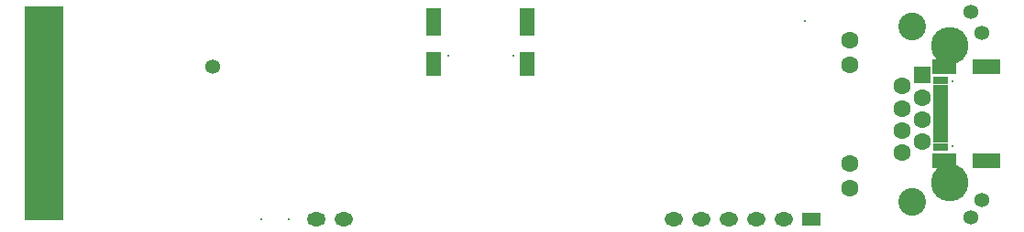
<source format=gbs>
G04*
G04 #@! TF.GenerationSoftware,Altium Limited,Altium Designer,18.1.7 (191)*
G04*
G04 Layer_Color=16711935*
%FSLAX44Y44*%
%MOMM*%
G71*
G01*
G75*
%ADD56R,1.3532X0.8032*%
%ADD57R,1.3532X0.5032*%
%ADD82O,1.7272X1.3032*%
%ADD83R,1.7032X1.3032*%
%ADD84O,1.7032X1.3032*%
%ADD85C,0.2032*%
%ADD86R,2.2032X1.4032*%
%ADD87R,2.5032X1.4032*%
%ADD88C,1.6012*%
%ADD89C,2.5582*%
%ADD90C,3.4532*%
%ADD91R,1.6012X1.6012*%
%ADD92C,1.3552*%
%ADD93R,1.4032X2.2032*%
%ADD94R,1.4032X2.5032*%
%ADD133R,3.6250X19.8500*%
%ADD134R,3.2032X0.5532*%
D56*
X1012030Y426000D02*
D03*
Y418500D02*
D03*
X1012000Y371500D02*
D03*
X1012030Y364000D02*
D03*
D57*
Y412500D02*
D03*
Y407500D02*
D03*
Y402500D02*
D03*
Y397500D02*
D03*
X1012000Y392500D02*
D03*
X1012030Y387500D02*
D03*
Y382500D02*
D03*
Y377500D02*
D03*
D82*
X435400Y297000D02*
D03*
D83*
X892600D02*
D03*
D84*
X867200D02*
D03*
X841800D02*
D03*
X816400D02*
D03*
X791000D02*
D03*
X460800D02*
D03*
X765600D02*
D03*
D85*
X410000D02*
D03*
X384600D02*
D03*
X887000Y481000D02*
D03*
X1023000Y365000D02*
D03*
Y425000D02*
D03*
Y425000D02*
D03*
Y365000D02*
D03*
X617300Y448570D02*
D03*
X557300D02*
D03*
D86*
X1015830Y351800D02*
D03*
Y438300D02*
D03*
Y438200D02*
D03*
Y351700D02*
D03*
D87*
X1054430Y351800D02*
D03*
Y438300D02*
D03*
Y438200D02*
D03*
Y351700D02*
D03*
D88*
X928700Y440500D02*
D03*
Y463400D02*
D03*
Y349100D02*
D03*
Y326200D02*
D03*
X977000Y359200D02*
D03*
X994800Y369400D02*
D03*
X977000Y379600D02*
D03*
X994800Y389800D02*
D03*
X977000Y400000D02*
D03*
X994800Y410200D02*
D03*
X977000Y420400D02*
D03*
D89*
X985900Y476100D02*
D03*
Y313500D02*
D03*
D90*
X1020200Y458300D02*
D03*
Y331300D02*
D03*
D91*
X994800Y430600D02*
D03*
D92*
X1040000Y299000D02*
D03*
Y489000D02*
D03*
X340000Y439000D02*
D03*
X1050000Y315000D02*
D03*
Y470000D02*
D03*
D93*
X630500Y441400D02*
D03*
X544000D02*
D03*
D94*
X630500Y480000D02*
D03*
X544000D02*
D03*
D133*
X184125Y395000D02*
D03*
D134*
X184750Y325000D02*
D03*
Y460000D02*
D03*
Y455000D02*
D03*
Y450000D02*
D03*
Y445000D02*
D03*
Y485250D02*
D03*
Y465250D02*
D03*
Y475250D02*
D03*
Y470250D02*
D03*
Y480250D02*
D03*
Y440000D02*
D03*
Y430000D02*
D03*
Y410000D02*
D03*
Y390000D02*
D03*
Y370000D02*
D03*
Y350000D02*
D03*
Y310000D02*
D03*
Y435000D02*
D03*
Y415000D02*
D03*
Y425000D02*
D03*
Y420000D02*
D03*
Y395000D02*
D03*
Y405000D02*
D03*
Y400000D02*
D03*
Y375000D02*
D03*
Y385000D02*
D03*
Y380000D02*
D03*
Y355000D02*
D03*
Y365000D02*
D03*
Y360000D02*
D03*
Y315000D02*
D03*
Y320000D02*
D03*
Y305000D02*
D03*
M02*

</source>
